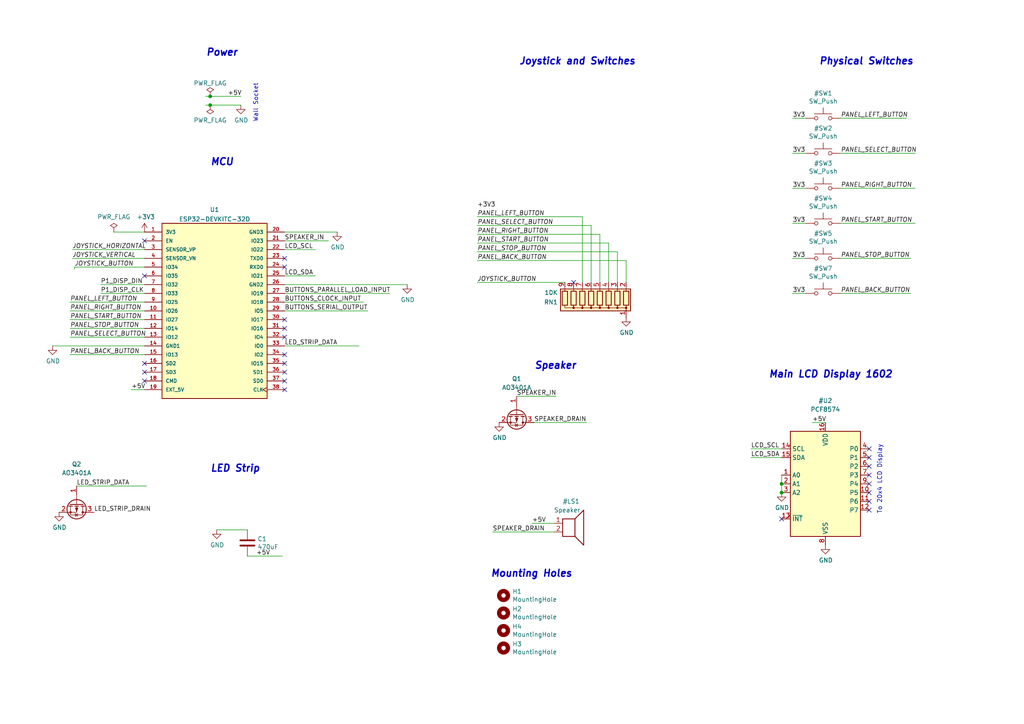
<source format=kicad_sch>
(kicad_sch (version 20211123) (generator eeschema)
  (paper "A4")
  (lib_symbols
    (symbol "Device:C" (pin_numbers hide) (pin_names (offset 0.254))
      (property "Reference" "C" (at 0.635 2.54 0))
      (property "Value" "C" (at 0.635 -2.54 0))
      (symbol "C_0_1"
        (polyline (pts (xy -2.032 -0.762) (xy 2.032 -0.762)) (stroke (width 0.508)))
        (polyline (pts (xy -2.032 0.762) (xy 2.032 0.762)) (stroke (width 0.508)))
      )
      (symbol "C_1_1"
        (pin passive line (at 0 3.81 270) (length 2.794) (name "~") (number "1"))
        (pin passive line (at 0 -3.81 90) (length 2.794) (name "~") (number "2"))
      )
    )
    (symbol "Device:R_Network08" (pin_names (offset 0) hide)
      (property "Reference" "RN" (at -12.7 0 90))
      (property "Value" "R_Network08" (at 10.16 0 90))
      (symbol "R_Network08_0_1"
        (rectangle (start -11.43 -3.175) (end 8.89 3.175) (stroke (width 0.254)) (fill (type background)))
        (rectangle (start -10.922 1.524) (end -9.398 -2.54) (stroke (width 0.254)))
        (circle (center -10.16 2.286) (radius 0.254) (fill (type outline)))
        (rectangle (start -8.382 1.524) (end -6.858 -2.54) (stroke (width 0.254)))
        (circle (center -7.62 2.286) (radius 0.254) (fill (type outline)))
        (rectangle (start -5.842 1.524) (end -4.318 -2.54) (stroke (width 0.254)))
        (circle (center -5.08 2.286) (radius 0.254) (fill (type outline)))
        (rectangle (start -3.302 1.524) (end -1.778 -2.54) (stroke (width 0.254)))
        (circle (center -2.54 2.286) (radius 0.254) (fill (type outline)))
        (rectangle (start -0.762 1.524) (end 0.762 -2.54) (stroke (width 0.254)))
        (polyline (pts (xy -10.16 -2.54) (xy -10.16 -3.81)))
        (polyline (pts (xy -7.62 -2.54) (xy -7.62 -3.81)))
        (polyline (pts (xy -5.08 -2.54) (xy -5.08 -3.81)))
        (polyline (pts (xy -2.54 -2.54) (xy -2.54 -3.81)))
        (polyline (pts (xy 0 -2.54) (xy 0 -3.81)))
        (polyline (pts (xy 2.54 -2.54) (xy 2.54 -3.81)))
        (polyline (pts (xy 5.08 -2.54) (xy 5.08 -3.81)))
        (polyline (pts (xy 7.62 -2.54) (xy 7.62 -3.81)))
        (polyline (pts (xy -10.16 1.524) (xy -10.16 2.286) (xy -7.62 2.286) (xy -7.62 1.524)))
        (polyline (pts (xy -7.62 1.524) (xy -7.62 2.286) (xy -5.08 2.286) (xy -5.08 1.524)))
        (polyline (pts (xy -5.08 1.524) (xy -5.08 2.286) (xy -2.54 2.286) (xy -2.54 1.524)))
        (polyline (pts (xy -2.54 1.524) (xy -2.54 2.286) (xy 0 2.286) (xy 0 1.524)))
        (polyline (pts (xy 0 1.524) (xy 0 2.286) (xy 2.54 2.286) (xy 2.54 1.524)))
        (polyline (pts (xy 2.54 1.524) (xy 2.54 2.286) (xy 5.08 2.286) (xy 5.08 1.524)))
        (polyline (pts (xy 5.08 1.524) (xy 5.08 2.286) (xy 7.62 2.286) (xy 7.62 1.524)))
        (circle (center 0 2.286) (radius 0.254) (fill (type outline)))
        (rectangle (start 1.778 1.524) (end 3.302 -2.54) (stroke (width 0.254)))
        (circle (center 2.54 2.286) (radius 0.254) (fill (type outline)))
        (rectangle (start 4.318 1.524) (end 5.842 -2.54) (stroke (width 0.254)))
        (circle (center 5.08 2.286) (radius 0.254) (fill (type outline)))
        (rectangle (start 6.858 1.524) (end 8.382 -2.54) (stroke (width 0.254)))
      )
      (symbol "R_Network08_1_1"
        (pin passive line (at -10.16 5.08 270) (length 2.54) (name "common") (number "1"))
        (pin passive line (at -10.16 -5.08 90) (length 1.27) (name "R1") (number "2"))
        (pin passive line (at -7.62 -5.08 90) (length 1.27) (name "R2") (number "3"))
        (pin passive line (at -5.08 -5.08 90) (length 1.27) (name "R3") (number "4"))
        (pin passive line (at -2.54 -5.08 90) (length 1.27) (name "R4") (number "5"))
        (pin passive line (at 0 -5.08 90) (length 1.27) (name "R5") (number "6"))
        (pin passive line (at 2.54 -5.08 90) (length 1.27) (name "R6") (number "7"))
        (pin passive line (at 5.08 -5.08 90) (length 1.27) (name "R7") (number "8"))
        (pin passive line (at 7.62 -5.08 90) (length 1.27) (name "R8") (number "9"))
      )
    )
    (symbol "Device:Speaker" (pin_names (offset 0) hide)
      (property "Reference" "LS" (at 1.27 5.715 0))
      (property "Value" "Speaker" (at 1.27 3.81 0))
      (symbol "Speaker_0_0"
        (rectangle (start -2.54 1.27) (end 1.016 -3.81) (stroke (width 0.254)))
        (polyline (pts (xy 1.016 1.27) (xy 3.556 3.81) (xy 3.556 -6.35) (xy 1.016 -3.81)) (stroke (width 0.254)))
      )
      (symbol "Speaker_1_1"
        (pin input line (at -5.08 0 0) (length 2.54) (name "1") (number "1"))
        (pin input line (at -5.08 -2.54 0) (length 2.54) (name "2") (number "2"))
      )
    )
    (symbol "ESP32-DEVKITC-32D:ESP32-DEVKITC-32D" (pin_names (offset 1.016))
      (property "Reference" "U" (at -15.2654 26.0604 0))
      (property "Value" "ESP32-DEVKITC-32D" (at -15.2654 -27.9654 0))
      (symbol "ESP32-DEVKITC-32D_0_0"
        (rectangle (start -15.24 -25.4) (end 15.24 25.4) (stroke (width 0.254)) (fill (type background)))
        (pin power_in line (at -20.32 22.86 0) (length 5.08) (name "3V3") (number "1"))
        (pin bidirectional line (at -20.32 0 0) (length 5.08) (name "IO26") (number "10"))
        (pin bidirectional line (at -20.32 -2.54 0) (length 5.08) (name "IO27") (number "11"))
        (pin bidirectional line (at -20.32 -5.08 0) (length 5.08) (name "IO14") (number "12"))
        (pin bidirectional line (at -20.32 -7.62 0) (length 5.08) (name "IO12") (number "13"))
        (pin power_in line (at -20.32 -10.16 0) (length 5.08) (name "GND1") (number "14"))
        (pin bidirectional line (at -20.32 -12.7 0) (length 5.08) (name "IO13") (number "15"))
        (pin bidirectional line (at -20.32 -15.24 0) (length 5.08) (name "SD2") (number "16"))
        (pin bidirectional line (at -20.32 -17.78 0) (length 5.08) (name "SD3") (number "17"))
        (pin bidirectional line (at -20.32 -20.32 0) (length 5.08) (name "CMD") (number "18"))
        (pin power_in line (at -20.32 -22.86 0) (length 5.08) (name "EXT_5V") (number "19"))
        (pin input line (at -20.32 20.32 0) (length 5.08) (name "EN") (number "2"))
        (pin power_in line (at 20.32 22.86 180) (length 5.08) (name "GND3") (number "20"))
        (pin bidirectional line (at 20.32 20.32 180) (length 5.08) (name "IO23") (number "21"))
        (pin bidirectional line (at 20.32 17.78 180) (length 5.08) (name "IO22") (number "22"))
        (pin output line (at 20.32 15.24 180) (length 5.08) (name "TXD0") (number "23"))
        (pin input line (at 20.32 12.7 180) (length 5.08) (name "RXD0") (number "24"))
        (pin bidirectional line (at 20.32 10.16 180) (length 5.08) (name "IO21") (number "25"))
        (pin power_in line (at 20.32 7.62 180) (length 5.08) (name "GND2") (number "26"))
        (pin bidirectional line (at 20.32 5.08 180) (length 5.08) (name "IO19") (number "27"))
        (pin bidirectional line (at 20.32 2.54 180) (length 5.08) (name "IO18") (number "28"))
        (pin bidirectional line (at 20.32 0 180) (length 5.08) (name "IO5") (number "29"))
        (pin input line (at -20.32 17.78 0) (length 5.08) (name "SENSOR_VP") (number "3"))
        (pin bidirectional line (at 20.32 -2.54 180) (length 5.08) (name "IO17") (number "30"))
        (pin bidirectional line (at 20.32 -5.08 180) (length 5.08) (name "IO16") (number "31"))
        (pin bidirectional line (at 20.32 -7.62 180) (length 5.08) (name "IO4") (number "32"))
        (pin bidirectional line (at 20.32 -10.16 180) (length 5.08) (name "IO0") (number "33"))
        (pin bidirectional line (at 20.32 -12.7 180) (length 5.08) (name "IO2") (number "34"))
        (pin bidirectional line (at 20.32 -15.24 180) (length 5.08) (name "IO15") (number "35"))
        (pin bidirectional line (at 20.32 -17.78 180) (length 5.08) (name "SD1") (number "36"))
        (pin bidirectional line (at 20.32 -20.32 180) (length 5.08) (name "SD0") (number "37"))
        (pin input clock (at 20.32 -22.86 180) (length 5.08) (name "CLK") (number "38"))
        (pin input line (at -20.32 15.24 0) (length 5.08) (name "SENSOR_VN") (number "4"))
        (pin bidirectional line (at -20.32 12.7 0) (length 5.08) (name "IO34") (number "5"))
        (pin bidirectional line (at -20.32 10.16 0) (length 5.08) (name "IO35") (number "6"))
        (pin bidirectional line (at -20.32 7.62 0) (length 5.08) (name "IO32") (number "7"))
        (pin bidirectional line (at -20.32 5.08 0) (length 5.08) (name "IO33") (number "8"))
        (pin bidirectional line (at -20.32 2.54 0) (length 5.08) (name "IO25") (number "9"))
      )
    )
    (symbol "Interface_Expansion:PCF8574"
      (property "Reference" "U" (at -8.89 16.51 0))
      (property "Value" "PCF8574" (at 2.54 16.51 0))
      (symbol "PCF8574_0_1"
        (rectangle (start -10.16 15.24) (end 10.16 -15.24) (stroke (width 0.254)) (fill (type background)))
      )
      (symbol "PCF8574_1_1"
        (pin input line (at -12.7 2.54 0) (length 2.54) (name "A0") (number "1"))
        (pin bidirectional line (at 12.7 -2.54 180) (length 2.54) (name "P5") (number "10"))
        (pin bidirectional line (at 12.7 -5.08 180) (length 2.54) (name "P6") (number "11"))
        (pin bidirectional line (at 12.7 -7.62 180) (length 2.54) (name "P7") (number "12"))
        (pin open_collector output_low (at -12.7 -10.16 0) (length 2.54) (name "~{INT}") (number "13"))
        (pin input line (at -12.7 10.16 0) (length 2.54) (name "SCL") (number "14"))
        (pin bidirectional line (at -12.7 7.62 0) (length 2.54) (name "SDA") (number "15"))
        (pin power_in line (at 0 17.78 270) (length 2.54) (name "VDD") (number "16"))
        (pin input line (at -12.7 0 0) (length 2.54) (name "A1") (number "2"))
        (pin input line (at -12.7 -2.54 0) (length 2.54) (name "A2") (number "3"))
        (pin bidirectional line (at 12.7 10.16 180) (length 2.54) (name "P0") (number "4"))
        (pin bidirectional line (at 12.7 7.62 180) (length 2.54) (name "P1") (number "5"))
        (pin bidirectional line (at 12.7 5.08 180) (length 2.54) (name "P2") (number "6"))
        (pin bidirectional line (at 12.7 2.54 180) (length 2.54) (name "P3") (number "7"))
        (pin power_in line (at 0 -17.78 90) (length 2.54) (name "VSS") (number "8"))
        (pin bidirectional line (at 12.7 0 180) (length 2.54) (name "P4") (number "9"))
      )
    )
    (symbol "Mechanical:MountingHole" (pin_names (offset 1.016))
      (property "Reference" "H" (at 0 5.08 0))
      (property "Value" "MountingHole" (at 0 3.175 0))
      (symbol "MountingHole_0_1"
        (circle (center 0 0) (radius 1.27) (stroke (width 1.27)))
      )
    )
    (symbol "Switch:SW_Push" (pin_numbers hide) (pin_names (offset 1.016) hide)
      (property "Reference" "SW" (at 1.27 2.54 0))
      (property "Value" "SW_Push" (at 0 -1.524 0))
      (symbol "SW_Push_0_1"
        (circle (center -2.032 0) (radius 0.508))
        (polyline (pts (xy 0 1.27) (xy 0 3.048)))
        (polyline (pts (xy 2.54 1.27) (xy -2.54 1.27)))
        (circle (center 2.032 0) (radius 0.508))
        (pin passive line (at -5.08 0 0) (length 2.54) (name "1") (number "1"))
        (pin passive line (at 5.08 0 180) (length 2.54) (name "2") (number "2"))
      )
    )
    (symbol "Transistor_FET:AO3401A" (pin_names hide)
      (property "Reference" "Q" (at 5.08 1.905 0))
      (property "Value" "AO3401A" (at 5.08 0 0))
      (symbol "AO3401A_0_1"
        (polyline (pts (xy 0.254 0) (xy -2.54 0)))
        (polyline (pts (xy 0.254 1.905) (xy 0.254 -1.905)) (stroke (width 0.254)))
        (polyline (pts (xy 0.762 -1.27) (xy 0.762 -2.286)) (stroke (width 0.254)))
        (polyline (pts (xy 0.762 0.508) (xy 0.762 -0.508)) (stroke (width 0.254)))
        (polyline (pts (xy 0.762 2.286) (xy 0.762 1.27)) (stroke (width 0.254)))
        (polyline (pts (xy 2.54 2.54) (xy 2.54 1.778)))
        (polyline (pts (xy 2.54 -2.54) (xy 2.54 0) (xy 0.762 0)))
        (polyline (pts (xy 0.762 1.778) (xy 3.302 1.778) (xy 3.302 -1.778) (xy 0.762 -1.778)))
        (polyline (pts (xy 2.286 0) (xy 1.27 0.381) (xy 1.27 -0.381) (xy 2.286 0)) (fill (type outline)))
        (polyline (pts (xy 2.794 -0.508) (xy 2.921 -0.381) (xy 3.683 -0.381) (xy 3.81 -0.254)))
        (polyline (pts (xy 3.302 -0.381) (xy 2.921 0.254) (xy 3.683 0.254) (xy 3.302 -0.381)))
        (circle (center 1.651 0) (radius 2.794) (stroke (width 0.254)))
        (circle (center 2.54 -1.778) (radius 0.254) (fill (type outline)))
        (circle (center 2.54 1.778) (radius 0.254) (fill (type outline)))
      )
      (symbol "AO3401A_1_1"
        (pin input line (at -5.08 0 0) (length 2.54) (name "G") (number "1"))
        (pin passive line (at 2.54 -5.08 90) (length 2.54) (name "S") (number "2"))
        (pin passive line (at 2.54 5.08 270) (length 2.54) (name "D") (number "3"))
      )
    )
    (symbol "power:+3V3" (power) (pin_names (offset 0))
      (property "Value" "+3V3" (at 0 3.556 0))
      (symbol "+3V3_0_1"
        (polyline (pts (xy -0.762 1.27) (xy 0 2.54)))
        (polyline (pts (xy 0 0) (xy 0 2.54)))
        (polyline (pts (xy 0 2.54) (xy 0.762 1.27)))
      )
      (symbol "+3V3_1_1"
        (pin power_in line (at 0 0 90) (length 0) hide (name "+3V3") (number "1"))
      )
    )
    (symbol "power:GND" (power) (pin_names (offset 0))
      (property "Value" "GND" (at 0 -3.81 0))
      (symbol "GND_0_1"
        (polyline (pts (xy 0 0) (xy 0 -1.27) (xy 1.27 -1.27) (xy 0 -2.54) (xy -1.27 -1.27) (xy 0 -1.27)))
      )
      (symbol "GND_1_1"
        (pin power_in line (at 0 0 270) (length 0) hide (name "GND") (number "1"))
      )
    )
    (symbol "power:PWR_FLAG" (power) (pin_numbers hide) (pin_names (offset 0) hide)
      (property "Value" "PWR_FLAG" (at 0 3.81 0))
      (symbol "PWR_FLAG_0_0"
        (pin power_out line (at 0 0 90) (length 0) (name "pwr") (number "1"))
      )
      (symbol "PWR_FLAG_0_1"
        (polyline (pts (xy 0 0) (xy 0 1.27) (xy -1.016 1.905) (xy 0 2.54) (xy 1.016 1.905) (xy 0 1.27)))
      )
    )
  )
  (junction (at 226.695 140.335))
  (junction (at 60.96 30.48))
  (junction (at 60.96 27.94))
  (junction (at 226.695 142.875))
  (no_connect (at 41.91 80.01))
  (no_connect (at 82.55 92.71))
  (no_connect (at 252.095 130.175))
  (no_connect (at 82.55 77.47))
  (no_connect (at 252.095 137.795))
  (no_connect (at 252.095 135.255))
  (no_connect (at 41.91 69.85))
  (no_connect (at 252.095 132.715))
  (no_connect (at 252.095 147.955))
  (no_connect (at 41.91 110.49))
  (no_connect (at 252.095 142.875))
  (no_connect (at 82.55 95.25))
  (no_connect (at 82.55 102.87))
  (no_connect (at 252.095 145.415))
  (no_connect (at 41.91 105.41))
  (no_connect (at 82.55 97.79))
  (no_connect (at 226.695 150.495))
  (no_connect (at 41.91 107.95))
  (no_connect (at 82.55 110.49))
  (no_connect (at 166.37 81.915))
  (no_connect (at 82.55 107.95))
  (no_connect (at 82.55 74.93))
  (no_connect (at 252.095 140.335))
  (no_connect (at 82.55 113.03))
  (no_connect (at 82.55 105.41))
  (wire (pts (xy 142.875 154.305) (xy 160.655 154.305)))
  (wire (pts (xy 138.43 70.485) (xy 176.53 70.485)))
  (wire (pts (xy 181.61 81.915) (xy 181.61 75.565)))
  (wire (pts (xy 173.99 81.915) (xy 173.99 67.945)))
  (wire (pts (xy 233.68 74.93) (xy 229.87 74.93)))
  (wire (pts (xy 160.655 151.765) (xy 154.305 151.765)))
  (wire (pts (xy 243.84 34.29) (xy 262.89 34.29)))
  (wire (pts (xy 22.225 140.97) (xy 42.545 140.97)))
  (wire (pts (xy 20.32 102.87) (xy 41.91 102.87)))
  (wire (pts (xy 60.96 27.94) (xy 69.85 27.94)))
  (wire (pts (xy 71.755 153.67) (xy 62.865 153.67)))
  (wire (pts (xy 243.84 74.93) (xy 264.16 74.93)))
  (wire (pts (xy 41.91 85.09) (xy 29.21 85.09)))
  (wire (pts (xy 138.43 73.025) (xy 179.07 73.025)))
  (wire (pts (xy 41.91 72.39) (xy 20.955 72.39)))
  (wire (pts (xy 226.695 140.335) (xy 226.695 137.795)))
  (wire (pts (xy 41.91 77.47) (xy 21.59 77.47)))
  (wire (pts (xy 41.91 74.93) (xy 20.955 74.93)))
  (wire (pts (xy 81.915 161.29) (xy 71.755 161.29)))
  (wire (pts (xy 41.91 67.31) (xy 33.02 67.31)))
  (wire (pts (xy 82.55 69.85) (xy 95.25 69.85)))
  (wire (pts (xy 233.68 44.45) (xy 229.87 44.45)))
  (wire (pts (xy 149.86 114.935) (xy 161.29 114.935)))
  (wire (pts (xy 60.96 30.48) (xy 69.85 30.48)))
  (wire (pts (xy 226.695 142.875) (xy 226.695 140.335)))
  (wire (pts (xy 20.32 90.17) (xy 41.91 90.17)))
  (wire (pts (xy 82.55 72.39) (xy 91.44 72.39)))
  (wire (pts (xy 171.45 81.915) (xy 171.45 65.405)))
  (wire (pts (xy 233.68 34.29) (xy 229.87 34.29)))
  (wire (pts (xy 243.84 54.61) (xy 265.43 54.61)))
  (wire (pts (xy 82.55 82.55) (xy 118.11 82.55)))
  (wire (pts (xy 82.55 67.31) (xy 97.79 67.31)))
  (wire (pts (xy 15.24 100.33) (xy 41.91 100.33)))
  (wire (pts (xy 154.94 122.555) (xy 170.18 122.555)))
  (wire (pts (xy 243.84 85.09) (xy 264.16 85.09)))
  (wire (pts (xy 243.84 64.77) (xy 265.43 64.77)))
  (wire (pts (xy 82.55 100.33) (xy 104.14 100.33)))
  (wire (pts (xy 21.59 77.47) (xy 21.59 78.105)))
  (wire (pts (xy 226.695 132.715) (xy 217.805 132.715)))
  (wire (pts (xy 82.55 85.09) (xy 113.03 85.09)))
  (wire (pts (xy 138.43 81.915) (xy 163.83 81.915)))
  (wire (pts (xy 233.68 85.09) (xy 229.87 85.09)))
  (wire (pts (xy 20.32 97.79) (xy 41.91 97.79)))
  (wire (pts (xy 168.91 81.915) (xy 168.91 62.865)))
  (wire (pts (xy 233.68 54.61) (xy 229.87 54.61)))
  (wire (pts (xy 233.68 64.77) (xy 229.87 64.77)))
  (wire (pts (xy 176.53 81.915) (xy 176.53 70.485)))
  (wire (pts (xy 20.32 92.71) (xy 41.91 92.71)))
  (wire (pts (xy 138.43 62.865) (xy 168.91 62.865)))
  (wire (pts (xy 82.55 87.63) (xy 105.41 87.63)))
  (wire (pts (xy 138.43 67.945) (xy 173.99 67.945)))
  (wire (pts (xy 179.07 81.915) (xy 179.07 73.025)))
  (wire (pts (xy 20.32 95.25) (xy 41.91 95.25)))
  (wire (pts (xy 235.585 122.555) (xy 239.395 122.555)))
  (wire (pts (xy 243.84 44.45) (xy 265.43 44.45)))
  (wire (pts (xy 59.69 27.94) (xy 60.96 27.94)))
  (wire (pts (xy 217.805 130.175) (xy 226.695 130.175)))
  (wire (pts (xy 138.43 75.565) (xy 181.61 75.565)))
  (wire (pts (xy 29.21 82.55) (xy 41.91 82.55)))
  (wire (pts (xy 82.55 80.01) (xy 91.44 80.01)))
  (wire (pts (xy 20.32 87.63) (xy 41.91 87.63)))
  (wire (pts (xy 59.69 30.48) (xy 60.96 30.48)))
  (wire (pts (xy 138.43 65.405) (xy 171.45 65.405)))
  (wire (pts (xy 41.91 113.03) (xy 38.1 113.03)))
  (wire (pts (xy 82.55 90.17) (xy 106.68 90.17)))
  (text "Mounting Holes" (at 142.24 167.64 0) (effects (font (size 2.0066 2.0066) (thickness 0.4013) bold italic) (justify left bottom)))
  (text "Wall Socket\n" (at 74.93 35.56 90) (effects (font (size 1.27 1.27)) (justify left bottom)))
  (text "Main LCD Display 1602" (at 222.885 109.855 0) (effects (font (size 2.0066 2.0066) (thickness 0.4013) bold italic) (justify left bottom)))
  (text "Speaker" (at 154.94 107.315 0) (effects (font (size 2.0066 2.0066) (thickness 0.4013) bold italic) (justify left bottom)))
  (text "Joystick and Switches" (at 150.495 19.05 0) (effects (font (size 2.0066 2.0066) (thickness 0.4013) bold italic) (justify left bottom)))
  (text "Physical Switches" (at 237.49 19.05 0) (effects (font (size 2.0066 2.0066) (thickness 0.4013) bold italic) (justify left bottom)))
  (text "To 20x4 LCD Display" (at 255.905 128.905 270) (effects (font (size 1.27 1.27)) (justify right bottom)))
  (text "Power" (at 59.69 16.51 0) (effects (font (size 2.0066 2.0066) (thickness 0.4013) bold italic) (justify left bottom)))
  (text "MCU" (at 60.96 48.26 0) (effects (font (size 2.0066 2.0066) (thickness 0.4013) bold italic) (justify left bottom)))
  (text "LED Strip" (at 60.96 137.16 0) (effects (font (size 2.0066 2.0066) (thickness 0.4013) bold italic) (justify left bottom)))
  (label "+5V" (at 66.04 27.94 0))
  (label "LCD_SDA" (at 217.805 132.715 0))
  (label "P1_DISP_CLK" (at 29.21 85.09 0))
  (label "+5V" (at 235.585 122.555 0))
  (label "LCD_SCL" (at 217.805 130.175 0))
  (label "PANEL_SELECT_BUTTON" (at 138.43 65.405 0) (effects (font italic)))
  (label "SPEAKER_DRAIN" (at 142.875 154.305 0))
  (label "PANEL_BACK_BUTTON" (at 20.32 102.87 0) (effects (font italic)))
  (label "BUTTONS_CLOCK_INPUT" (at 82.55 87.63 0))
  (label "+5V" (at 38.1 113.03 0))
  (label "JOYSTICK_BUTTON" (at 138.43 81.915 0) (effects (font italic)))
  (label "PANEL_START_BUTTON" (at 138.43 70.485 0) (effects (font italic)))
  (label "BUTTONS_PARALLEL_LOAD_INPUT" (at 82.55 85.09 0))
  (label "3V3" (at 229.87 85.09 0))
  (label "LED_STRIP_DATA" (at 82.55 100.33 0))
  (label "3V3" (at 229.87 44.45 0))
  (label "PANEL_START_BUTTON" (at 20.32 92.71 0) (effects (font italic)))
  (label "PANEL_STOP_BUTTON" (at 20.32 95.25 0) (effects (font italic)))
  (label "PANEL_LEFT_BUTTON" (at 20.32 87.63 0) (effects (font italic)))
  (label "PANEL_LEFT_BUTTON" (at 243.84 34.29 0) (effects (font italic)))
  (label "3V3" (at 229.87 74.93 0))
  (label "PANEL_LEFT_BUTTON" (at 138.43 62.865 0) (effects (font italic)))
  (label "LCD_SCL" (at 82.55 72.39 0))
  (label "LED_STRIP_DATA" (at 22.225 140.97 0))
  (label "PANEL_STOP_BUTTON" (at 243.84 74.93 0) (effects (font italic)))
  (label "PANEL_SELECT_BUTTON" (at 20.32 97.79 0) (effects (font italic)))
  (label "PANEL_BACK_BUTTON" (at 243.84 85.09 0) (effects (font italic)))
  (label "3V3" (at 229.87 34.29 0))
  (label "PANEL_START_BUTTON" (at 243.84 64.77 0) (effects (font italic)))
  (label "3V3" (at 229.87 54.61 0))
  (label "JOYSTICK_HORIZONTAL" (at 20.955 72.39 0) (effects (font italic)))
  (label "+3V3" (at 138.43 60.325 0))
  (label "PANEL_SELECT_BUTTON" (at 243.84 44.45 0) (effects (font italic)))
  (label "LED_STRIP_DRAIN" (at 27.305 148.59 0))
  (label "SPEAKER_IN" (at 149.86 114.935 0))
  (label "P1_DISP_DIN" (at 29.21 82.55 0))
  (label "SPEAKER_DRAIN" (at 154.94 122.555 0))
  (label "+5V" (at 154.305 151.765 0))
  (label "PANEL_RIGHT_BUTTON" (at 243.84 54.61 0) (effects (font italic)))
  (label "LCD_SDA" (at 82.55 80.01 0))
  (label "+5V" (at 74.295 161.29 0))
  (label "SPEAKER_IN" (at 82.55 69.85 0))
  (label "3V3" (at 229.87 64.77 0))
  (label "BUTTONS_SERIAL_OUTPUT" (at 82.55 90.17 0))
  (label "JOYSTICK_VERTICAL" (at 20.955 74.93 0) (effects (font italic)))
  (label "PANEL_RIGHT_BUTTON" (at 138.43 67.945 0) (effects (font italic)))
  (label "PANEL_RIGHT_BUTTON" (at 20.32 90.17 0) (effects (font italic)))
  (label "PANEL_BACK_BUTTON" (at 138.43 75.565 0) (effects (font italic)))
  (label "JOYSTICK_BUTTON" (at 21.59 77.47 0) (effects (font italic)))
  (label "PANEL_STOP_BUTTON" (at 138.43 73.025 0) (effects (font italic)))
  (symbol (lib_id "Device:Speaker") (at 165.735 151.765 0) (unit 1)
    (property "Reference" "#LS1" (at 163.195 145.415 0) (effects (justify left)))
    (property "Value" "Speaker" (at 160.655 147.955 0) (effects (justify left)))
  )
  (symbol (lib_id "Interface_Expansion:PCF8574") (at 239.395 140.335 0) (unit 1)
    (property "Reference" "#U2" (at 239.395 116.205 0))
    (property "Value" "PCF8574" (at 239.395 118.745 0))
    (property "Datasheet" "http://www.nxp.com/documents/data_sheet/PCF8574_PCF8574A.pdf" (effects hide))
  )
  (symbol (lib_id "power:PWR_FLAG") (at 60.96 27.94 0) (unit 1)
    (property "Reference" "#FLG0101" (effects hide))
    (property "Value" "PWR_FLAG" (at 60.96 24.13 0))
  )
  (symbol (lib_id "power:GND") (at 69.85 30.48 0) (unit 1)
    (property "Reference" "#PWR0101" (effects hide))
    (property "Value" "GND" (at 69.977 34.8742 0))
  )
  (symbol (lib_id "power:GND") (at 97.79 67.31 0) (unit 1)
    (property "Reference" "#PWR0102" (effects hide))
    (property "Value" "GND" (at 97.917 71.7042 0))
  )
  (symbol (lib_id "power:GND") (at 15.24 100.33 0) (unit 1)
    (property "Reference" "#PWR0103" (effects hide))
    (property "Value" "GND" (at 15.367 104.7242 0))
  )
  (symbol (lib_id "power:GND") (at 118.11 82.55 0) (unit 1)
    (property "Reference" "#PWR0104" (effects hide))
    (property "Value" "GND" (at 118.237 86.9442 0))
  )
  (symbol (lib_id "power:GND") (at 239.395 158.115 0) (unit 1)
    (property "Reference" "#PWR0107" (effects hide))
    (property "Value" "GND" (at 239.522 162.5092 0))
  )
  (symbol (lib_id "power:GND") (at 226.695 142.875 0) (unit 1)
    (property "Reference" "#PWR0108" (effects hide))
    (property "Value" "GND" (at 226.822 147.2692 0))
  )
  (symbol (lib_id "power:PWR_FLAG") (at 60.96 30.48 180) (unit 1)
    (property "Reference" "#FLG0102" (effects hide))
    (property "Value" "PWR_FLAG" (at 60.96 34.8742 0))
  )
  (symbol (lib_id "Mechanical:MountingHole") (at 146.05 187.96 0) (unit 1)
    (property "Reference" "H3" (at 148.59 186.7916 0) (effects (justify left)))
    (property "Value" "MountingHole" (at 148.59 189.103 0) (effects (justify left)))
    (property "Footprint" "MountingHole:MountingHole_3.2mm_M3" (effects hide))
  )
  (symbol (lib_id "Mechanical:MountingHole") (at 146.05 172.72 0) (unit 1)
    (property "Reference" "H1" (at 148.59 171.5516 0) (effects (justify left)))
    (property "Value" "MountingHole" (at 148.59 173.863 0) (effects (justify left)))
    (property "Footprint" "MountingHole:MountingHole_3.2mm_M3" (effects hide))
  )
  (symbol (lib_id "Mechanical:MountingHole") (at 146.05 177.8 0) (unit 1)
    (property "Reference" "H2" (at 148.59 176.6316 0) (effects (justify left)))
    (property "Value" "MountingHole" (at 148.59 178.943 0) (effects (justify left)))
    (property "Footprint" "MountingHole:MountingHole_3.2mm_M3" (effects hide))
  )
  (symbol (lib_id "Mechanical:MountingHole") (at 146.05 182.88 0) (unit 1)
    (property "Reference" "H4" (at 148.59 181.7116 0) (effects (justify left)))
    (property "Value" "MountingHole" (at 148.59 184.023 0) (effects (justify left)))
    (property "Footprint" "MountingHole:MountingHole_3.2mm_M3" (effects hide))
  )
  (symbol (lib_id "Transistor_FET:AO3401A") (at 22.225 146.05 270) (unit 1)
    (property "Reference" "Q2" (at 22.225 134.62 90))
    (property "Value" "AO3401A" (at 22.225 137.16 90))
    (property "Footprint" "Package_TO_SOT_SMD:SOT-23" (effects hide))
    (property "Datasheet" "http://www.aosmd.com/pdfs/datasheet/AO3401A.pdf" (effects hide))
  )
  (symbol (lib_id "power:GND") (at 17.145 148.59 0) (unit 1)
    (property "Reference" "#PWR0114" (effects hide))
    (property "Value" "GND" (at 17.272 152.9842 0))
  )
  (symbol (lib_id "Device:C") (at 71.755 157.48 0) (unit 1)
    (property "Reference" "C1" (at 74.676 156.3116 0) (effects (justify left)))
    (property "Value" "470uF" (at 74.676 158.623 0) (effects (justify left)))
    (property "Footprint" "Capacitor_THT:CP_Radial_D5.0mm_P2.50mm" (effects hide))
  )
  (symbol (lib_id "power:GND") (at 62.865 153.67 0) (unit 1)
    (property "Reference" "#PWR07" (effects hide))
    (property "Value" "GND" (at 62.992 158.0642 0))
  )
  (symbol (lib_id "Transistor_FET:AO3401A") (at 149.86 120.015 270) (unit 1)
    (property "Reference" "Q1" (at 149.86 109.855 90))
    (property "Value" "AO3401A" (at 149.86 112.395 90))
    (property "Footprint" "Package_TO_SOT_SMD:SOT-23" (effects hide))
    (property "Datasheet" "http://www.aosmd.com/pdfs/datasheet/AO3401A.pdf" (effects hide))
  )
  (symbol (lib_id "power:GND") (at 144.78 122.555 0) (unit 1)
    (property "Reference" "#PWR0117" (effects hide))
    (property "Value" "GND" (at 144.907 126.9492 0))
  )
  (symbol (lib_id "power:+3V3") (at 41.91 67.31 0) (unit 1)
    (property "Reference" "#PWR0120" (effects hide))
    (property "Value" "+3V3" (at 42.291 62.9158 0))
  )
  (symbol (lib_id "Switch:SW_Push") (at 238.76 44.45 0) (unit 1)
    (property "Reference" "#SW2" (at 238.76 37.211 0))
    (property "Value" "SW_Push" (at 238.76 39.5224 0))
  )
  (symbol (lib_id "Switch:SW_Push") (at 238.76 54.61 0) (unit 1)
    (property "Reference" "#SW3" (at 238.76 47.371 0))
    (property "Value" "SW_Push" (at 238.76 49.6824 0))
  )
  (symbol (lib_id "Switch:SW_Push") (at 238.76 34.29 0) (unit 1)
    (property "Reference" "#SW1" (at 238.76 27.051 0))
    (property "Value" "SW_Push" (at 238.76 29.3624 0))
  )
  (symbol (lib_id "Switch:SW_Push") (at 238.76 64.77 0) (unit 1)
    (property "Reference" "#SW4" (at 238.76 57.531 0))
    (property "Value" "SW_Push" (at 238.76 59.8424 0))
  )
  (symbol (lib_id "Switch:SW_Push") (at 238.76 74.93 0) (unit 1)
    (property "Reference" "#SW5" (at 238.76 67.691 0))
    (property "Value" "SW_Push" (at 238.76 70.0024 0))
  )
  (symbol (lib_id "Switch:SW_Push") (at 238.76 85.09 0) (unit 1)
    (property "Reference" "#SW7" (at 238.76 77.851 0))
    (property "Value" "SW_Push" (at 238.76 80.1624 0))
  )
  (symbol (lib_id "power:PWR_FLAG") (at 33.02 67.31 0) (unit 1)
    (property "Reference" "#FLG0103" (effects hide))
    (property "Value" "PWR_FLAG" (at 33.02 62.9158 0))
  )
  (symbol (lib_id "power:GND") (at 181.61 92.075 0) (unit 1)
    (property "Reference" "#PWR0106" (effects hide))
    (property "Value" "GND" (at 181.737 96.4692 0))
  )
  (symbol (lib_id "ESP32-DEVKITC-32D:ESP32-DEVKITC-32D") (at 62.23 90.17 0) (unit 1)
    (property "Reference" "U1" (at 62.23 60.8035 0))
    (property "Value" "ESP32-DEVKITC-32D" (at 62.23 63.5786 0))
    (property "Footprint" "ESP32:MODULE_ESP32-DEVKITC-32D" (effects hide))
    (property "PARTREV" "4" (effects hide))
    (property "MANUFACTURER" "Espressif Systems" (effects hide))
  )
  (symbol (lib_id "Device:R_Network08") (at 171.45 86.995 180) (unit 1)
    (property "Reference" "RN1" (at 161.798 87.6495 0) (effects (justify left)))
    (property "Value" "10K" (at 161.798 84.8744 0) (effects (justify left)))
    (property "Footprint" "Resistor_THT:R_Array_SIP9" (effects hide))
    (property "Datasheet" "http://www.vishay.com/docs/31509/csc.pdf" (effects hide))
  )
)
</source>
